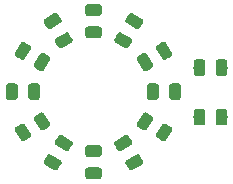
<source format=gbr>
G04 #@! TF.GenerationSoftware,KiCad,Pcbnew,5.0.2-bee76a0~70~ubuntu18.04.1*
G04 #@! TF.CreationDate,2020-10-21T16:40:24-07:00*
G04 #@! TF.ProjectId,led_ring,6c65645f-7269-46e6-972e-6b696361645f,rev?*
G04 #@! TF.SameCoordinates,Original*
G04 #@! TF.FileFunction,Paste,Top*
G04 #@! TF.FilePolarity,Positive*
%FSLAX46Y46*%
G04 Gerber Fmt 4.6, Leading zero omitted, Abs format (unit mm)*
G04 Created by KiCad (PCBNEW 5.0.2-bee76a0~70~ubuntu18.04.1) date Wed 21 Oct 2020 04:40:24 PM PDT*
%MOMM*%
%LPD*%
G01*
G04 APERTURE LIST*
%ADD10C,0.100000*%
%ADD11C,0.975000*%
G04 APERTURE END LIST*
D10*
G04 #@! TO.C,R1*
G36*
X61911142Y-52260174D02*
X61934803Y-52263684D01*
X61958007Y-52269496D01*
X61980529Y-52277554D01*
X62002153Y-52287782D01*
X62022670Y-52300079D01*
X62041883Y-52314329D01*
X62059607Y-52330393D01*
X62075671Y-52348117D01*
X62089921Y-52367330D01*
X62102218Y-52387847D01*
X62112446Y-52409471D01*
X62120504Y-52431993D01*
X62126316Y-52455197D01*
X62129826Y-52478858D01*
X62131000Y-52502750D01*
X62131000Y-53415250D01*
X62129826Y-53439142D01*
X62126316Y-53462803D01*
X62120504Y-53486007D01*
X62112446Y-53508529D01*
X62102218Y-53530153D01*
X62089921Y-53550670D01*
X62075671Y-53569883D01*
X62059607Y-53587607D01*
X62041883Y-53603671D01*
X62022670Y-53617921D01*
X62002153Y-53630218D01*
X61980529Y-53640446D01*
X61958007Y-53648504D01*
X61934803Y-53654316D01*
X61911142Y-53657826D01*
X61887250Y-53659000D01*
X61399750Y-53659000D01*
X61375858Y-53657826D01*
X61352197Y-53654316D01*
X61328993Y-53648504D01*
X61306471Y-53640446D01*
X61284847Y-53630218D01*
X61264330Y-53617921D01*
X61245117Y-53603671D01*
X61227393Y-53587607D01*
X61211329Y-53569883D01*
X61197079Y-53550670D01*
X61184782Y-53530153D01*
X61174554Y-53508529D01*
X61166496Y-53486007D01*
X61160684Y-53462803D01*
X61157174Y-53439142D01*
X61156000Y-53415250D01*
X61156000Y-52502750D01*
X61157174Y-52478858D01*
X61160684Y-52455197D01*
X61166496Y-52431993D01*
X61174554Y-52409471D01*
X61184782Y-52387847D01*
X61197079Y-52367330D01*
X61211329Y-52348117D01*
X61227393Y-52330393D01*
X61245117Y-52314329D01*
X61264330Y-52300079D01*
X61284847Y-52287782D01*
X61306471Y-52277554D01*
X61328993Y-52269496D01*
X61352197Y-52263684D01*
X61375858Y-52260174D01*
X61399750Y-52259000D01*
X61887250Y-52259000D01*
X61911142Y-52260174D01*
X61911142Y-52260174D01*
G37*
D11*
X61643500Y-52959000D03*
D10*
G36*
X60036142Y-52260174D02*
X60059803Y-52263684D01*
X60083007Y-52269496D01*
X60105529Y-52277554D01*
X60127153Y-52287782D01*
X60147670Y-52300079D01*
X60166883Y-52314329D01*
X60184607Y-52330393D01*
X60200671Y-52348117D01*
X60214921Y-52367330D01*
X60227218Y-52387847D01*
X60237446Y-52409471D01*
X60245504Y-52431993D01*
X60251316Y-52455197D01*
X60254826Y-52478858D01*
X60256000Y-52502750D01*
X60256000Y-53415250D01*
X60254826Y-53439142D01*
X60251316Y-53462803D01*
X60245504Y-53486007D01*
X60237446Y-53508529D01*
X60227218Y-53530153D01*
X60214921Y-53550670D01*
X60200671Y-53569883D01*
X60184607Y-53587607D01*
X60166883Y-53603671D01*
X60147670Y-53617921D01*
X60127153Y-53630218D01*
X60105529Y-53640446D01*
X60083007Y-53648504D01*
X60059803Y-53654316D01*
X60036142Y-53657826D01*
X60012250Y-53659000D01*
X59524750Y-53659000D01*
X59500858Y-53657826D01*
X59477197Y-53654316D01*
X59453993Y-53648504D01*
X59431471Y-53640446D01*
X59409847Y-53630218D01*
X59389330Y-53617921D01*
X59370117Y-53603671D01*
X59352393Y-53587607D01*
X59336329Y-53569883D01*
X59322079Y-53550670D01*
X59309782Y-53530153D01*
X59299554Y-53508529D01*
X59291496Y-53486007D01*
X59285684Y-53462803D01*
X59282174Y-53439142D01*
X59281000Y-53415250D01*
X59281000Y-52502750D01*
X59282174Y-52478858D01*
X59285684Y-52455197D01*
X59291496Y-52431993D01*
X59299554Y-52409471D01*
X59309782Y-52387847D01*
X59322079Y-52367330D01*
X59336329Y-52348117D01*
X59352393Y-52330393D01*
X59370117Y-52314329D01*
X59389330Y-52300079D01*
X59409847Y-52287782D01*
X59431471Y-52277554D01*
X59453993Y-52269496D01*
X59477197Y-52263684D01*
X59500858Y-52260174D01*
X59524750Y-52259000D01*
X60012250Y-52259000D01*
X60036142Y-52260174D01*
X60036142Y-52260174D01*
G37*
D11*
X59768500Y-52959000D03*
G04 #@! TD*
D10*
G04 #@! TO.C,R2*
G36*
X60036142Y-48069174D02*
X60059803Y-48072684D01*
X60083007Y-48078496D01*
X60105529Y-48086554D01*
X60127153Y-48096782D01*
X60147670Y-48109079D01*
X60166883Y-48123329D01*
X60184607Y-48139393D01*
X60200671Y-48157117D01*
X60214921Y-48176330D01*
X60227218Y-48196847D01*
X60237446Y-48218471D01*
X60245504Y-48240993D01*
X60251316Y-48264197D01*
X60254826Y-48287858D01*
X60256000Y-48311750D01*
X60256000Y-49224250D01*
X60254826Y-49248142D01*
X60251316Y-49271803D01*
X60245504Y-49295007D01*
X60237446Y-49317529D01*
X60227218Y-49339153D01*
X60214921Y-49359670D01*
X60200671Y-49378883D01*
X60184607Y-49396607D01*
X60166883Y-49412671D01*
X60147670Y-49426921D01*
X60127153Y-49439218D01*
X60105529Y-49449446D01*
X60083007Y-49457504D01*
X60059803Y-49463316D01*
X60036142Y-49466826D01*
X60012250Y-49468000D01*
X59524750Y-49468000D01*
X59500858Y-49466826D01*
X59477197Y-49463316D01*
X59453993Y-49457504D01*
X59431471Y-49449446D01*
X59409847Y-49439218D01*
X59389330Y-49426921D01*
X59370117Y-49412671D01*
X59352393Y-49396607D01*
X59336329Y-49378883D01*
X59322079Y-49359670D01*
X59309782Y-49339153D01*
X59299554Y-49317529D01*
X59291496Y-49295007D01*
X59285684Y-49271803D01*
X59282174Y-49248142D01*
X59281000Y-49224250D01*
X59281000Y-48311750D01*
X59282174Y-48287858D01*
X59285684Y-48264197D01*
X59291496Y-48240993D01*
X59299554Y-48218471D01*
X59309782Y-48196847D01*
X59322079Y-48176330D01*
X59336329Y-48157117D01*
X59352393Y-48139393D01*
X59370117Y-48123329D01*
X59389330Y-48109079D01*
X59409847Y-48096782D01*
X59431471Y-48086554D01*
X59453993Y-48078496D01*
X59477197Y-48072684D01*
X59500858Y-48069174D01*
X59524750Y-48068000D01*
X60012250Y-48068000D01*
X60036142Y-48069174D01*
X60036142Y-48069174D01*
G37*
D11*
X59768500Y-48768000D03*
D10*
G36*
X61911142Y-48069174D02*
X61934803Y-48072684D01*
X61958007Y-48078496D01*
X61980529Y-48086554D01*
X62002153Y-48096782D01*
X62022670Y-48109079D01*
X62041883Y-48123329D01*
X62059607Y-48139393D01*
X62075671Y-48157117D01*
X62089921Y-48176330D01*
X62102218Y-48196847D01*
X62112446Y-48218471D01*
X62120504Y-48240993D01*
X62126316Y-48264197D01*
X62129826Y-48287858D01*
X62131000Y-48311750D01*
X62131000Y-49224250D01*
X62129826Y-49248142D01*
X62126316Y-49271803D01*
X62120504Y-49295007D01*
X62112446Y-49317529D01*
X62102218Y-49339153D01*
X62089921Y-49359670D01*
X62075671Y-49378883D01*
X62059607Y-49396607D01*
X62041883Y-49412671D01*
X62022670Y-49426921D01*
X62002153Y-49439218D01*
X61980529Y-49449446D01*
X61958007Y-49457504D01*
X61934803Y-49463316D01*
X61911142Y-49466826D01*
X61887250Y-49468000D01*
X61399750Y-49468000D01*
X61375858Y-49466826D01*
X61352197Y-49463316D01*
X61328993Y-49457504D01*
X61306471Y-49449446D01*
X61284847Y-49439218D01*
X61264330Y-49426921D01*
X61245117Y-49412671D01*
X61227393Y-49396607D01*
X61211329Y-49378883D01*
X61197079Y-49359670D01*
X61184782Y-49339153D01*
X61174554Y-49317529D01*
X61166496Y-49295007D01*
X61160684Y-49271803D01*
X61157174Y-49248142D01*
X61156000Y-49224250D01*
X61156000Y-48311750D01*
X61157174Y-48287858D01*
X61160684Y-48264197D01*
X61166496Y-48240993D01*
X61174554Y-48218471D01*
X61184782Y-48196847D01*
X61197079Y-48176330D01*
X61211329Y-48157117D01*
X61227393Y-48139393D01*
X61245117Y-48123329D01*
X61264330Y-48109079D01*
X61284847Y-48096782D01*
X61306471Y-48086554D01*
X61328993Y-48078496D01*
X61352197Y-48072684D01*
X61375858Y-48069174D01*
X61399750Y-48068000D01*
X61887250Y-48068000D01*
X61911142Y-48069174D01*
X61911142Y-48069174D01*
G37*
D11*
X61643500Y-48768000D03*
G04 #@! TD*
D10*
G04 #@! TO.C,D1*
G36*
X56099142Y-50101174D02*
X56122803Y-50104684D01*
X56146007Y-50110496D01*
X56168529Y-50118554D01*
X56190153Y-50128782D01*
X56210670Y-50141079D01*
X56229883Y-50155329D01*
X56247607Y-50171393D01*
X56263671Y-50189117D01*
X56277921Y-50208330D01*
X56290218Y-50228847D01*
X56300446Y-50250471D01*
X56308504Y-50272993D01*
X56314316Y-50296197D01*
X56317826Y-50319858D01*
X56319000Y-50343750D01*
X56319000Y-51256250D01*
X56317826Y-51280142D01*
X56314316Y-51303803D01*
X56308504Y-51327007D01*
X56300446Y-51349529D01*
X56290218Y-51371153D01*
X56277921Y-51391670D01*
X56263671Y-51410883D01*
X56247607Y-51428607D01*
X56229883Y-51444671D01*
X56210670Y-51458921D01*
X56190153Y-51471218D01*
X56168529Y-51481446D01*
X56146007Y-51489504D01*
X56122803Y-51495316D01*
X56099142Y-51498826D01*
X56075250Y-51500000D01*
X55587750Y-51500000D01*
X55563858Y-51498826D01*
X55540197Y-51495316D01*
X55516993Y-51489504D01*
X55494471Y-51481446D01*
X55472847Y-51471218D01*
X55452330Y-51458921D01*
X55433117Y-51444671D01*
X55415393Y-51428607D01*
X55399329Y-51410883D01*
X55385079Y-51391670D01*
X55372782Y-51371153D01*
X55362554Y-51349529D01*
X55354496Y-51327007D01*
X55348684Y-51303803D01*
X55345174Y-51280142D01*
X55344000Y-51256250D01*
X55344000Y-50343750D01*
X55345174Y-50319858D01*
X55348684Y-50296197D01*
X55354496Y-50272993D01*
X55362554Y-50250471D01*
X55372782Y-50228847D01*
X55385079Y-50208330D01*
X55399329Y-50189117D01*
X55415393Y-50171393D01*
X55433117Y-50155329D01*
X55452330Y-50141079D01*
X55472847Y-50128782D01*
X55494471Y-50118554D01*
X55516993Y-50110496D01*
X55540197Y-50104684D01*
X55563858Y-50101174D01*
X55587750Y-50100000D01*
X56075250Y-50100000D01*
X56099142Y-50101174D01*
X56099142Y-50101174D01*
G37*
D11*
X55831500Y-50800000D03*
D10*
G36*
X57974142Y-50101174D02*
X57997803Y-50104684D01*
X58021007Y-50110496D01*
X58043529Y-50118554D01*
X58065153Y-50128782D01*
X58085670Y-50141079D01*
X58104883Y-50155329D01*
X58122607Y-50171393D01*
X58138671Y-50189117D01*
X58152921Y-50208330D01*
X58165218Y-50228847D01*
X58175446Y-50250471D01*
X58183504Y-50272993D01*
X58189316Y-50296197D01*
X58192826Y-50319858D01*
X58194000Y-50343750D01*
X58194000Y-51256250D01*
X58192826Y-51280142D01*
X58189316Y-51303803D01*
X58183504Y-51327007D01*
X58175446Y-51349529D01*
X58165218Y-51371153D01*
X58152921Y-51391670D01*
X58138671Y-51410883D01*
X58122607Y-51428607D01*
X58104883Y-51444671D01*
X58085670Y-51458921D01*
X58065153Y-51471218D01*
X58043529Y-51481446D01*
X58021007Y-51489504D01*
X57997803Y-51495316D01*
X57974142Y-51498826D01*
X57950250Y-51500000D01*
X57462750Y-51500000D01*
X57438858Y-51498826D01*
X57415197Y-51495316D01*
X57391993Y-51489504D01*
X57369471Y-51481446D01*
X57347847Y-51471218D01*
X57327330Y-51458921D01*
X57308117Y-51444671D01*
X57290393Y-51428607D01*
X57274329Y-51410883D01*
X57260079Y-51391670D01*
X57247782Y-51371153D01*
X57237554Y-51349529D01*
X57229496Y-51327007D01*
X57223684Y-51303803D01*
X57220174Y-51280142D01*
X57219000Y-51256250D01*
X57219000Y-50343750D01*
X57220174Y-50319858D01*
X57223684Y-50296197D01*
X57229496Y-50272993D01*
X57237554Y-50250471D01*
X57247782Y-50228847D01*
X57260079Y-50208330D01*
X57274329Y-50189117D01*
X57290393Y-50171393D01*
X57308117Y-50155329D01*
X57327330Y-50141079D01*
X57347847Y-50128782D01*
X57369471Y-50118554D01*
X57391993Y-50110496D01*
X57415197Y-50104684D01*
X57438858Y-50101174D01*
X57462750Y-50100000D01*
X57950250Y-50100000D01*
X57974142Y-50101174D01*
X57974142Y-50101174D01*
G37*
D11*
X57706500Y-50800000D03*
G04 #@! TD*
D10*
G04 #@! TO.C,D2*
G36*
X56780110Y-46586523D02*
X56803874Y-46589257D01*
X56827255Y-46594307D01*
X56850029Y-46601624D01*
X56871976Y-46611138D01*
X56892885Y-46622758D01*
X56912554Y-46636371D01*
X56930794Y-46651847D01*
X56947429Y-46669036D01*
X56962299Y-46687772D01*
X56975262Y-46707876D01*
X57431512Y-47498124D01*
X57442441Y-47519402D01*
X57451232Y-47541648D01*
X57457801Y-47564649D01*
X57462083Y-47588183D01*
X57464037Y-47612024D01*
X57463646Y-47635941D01*
X57460912Y-47659705D01*
X57455862Y-47683086D01*
X57448545Y-47705860D01*
X57439031Y-47727807D01*
X57427411Y-47748716D01*
X57413798Y-47768385D01*
X57398322Y-47786625D01*
X57381134Y-47803260D01*
X57362397Y-47818130D01*
X57342293Y-47831093D01*
X56920105Y-48074843D01*
X56898827Y-48085772D01*
X56876581Y-48094563D01*
X56853580Y-48101132D01*
X56830046Y-48105414D01*
X56806205Y-48107368D01*
X56782288Y-48106977D01*
X56758524Y-48104243D01*
X56735143Y-48099193D01*
X56712369Y-48091876D01*
X56690422Y-48082362D01*
X56669513Y-48070742D01*
X56649844Y-48057129D01*
X56631604Y-48041653D01*
X56614969Y-48024464D01*
X56600099Y-48005728D01*
X56587136Y-47985624D01*
X56130886Y-47195376D01*
X56119957Y-47174098D01*
X56111166Y-47151852D01*
X56104597Y-47128851D01*
X56100315Y-47105317D01*
X56098361Y-47081476D01*
X56098752Y-47057559D01*
X56101486Y-47033795D01*
X56106536Y-47010414D01*
X56113853Y-46987640D01*
X56123367Y-46965693D01*
X56134987Y-46944784D01*
X56148600Y-46925115D01*
X56164076Y-46906875D01*
X56181264Y-46890240D01*
X56200001Y-46875370D01*
X56220105Y-46862407D01*
X56642293Y-46618657D01*
X56663571Y-46607728D01*
X56685817Y-46598937D01*
X56708818Y-46592368D01*
X56732352Y-46588086D01*
X56756193Y-46586132D01*
X56780110Y-46586523D01*
X56780110Y-46586523D01*
G37*
D11*
X56781199Y-47346750D03*
D10*
G36*
X55156312Y-47524023D02*
X55180076Y-47526757D01*
X55203457Y-47531807D01*
X55226231Y-47539124D01*
X55248178Y-47548638D01*
X55269087Y-47560258D01*
X55288756Y-47573871D01*
X55306996Y-47589347D01*
X55323631Y-47606536D01*
X55338501Y-47625272D01*
X55351464Y-47645376D01*
X55807714Y-48435624D01*
X55818643Y-48456902D01*
X55827434Y-48479148D01*
X55834003Y-48502149D01*
X55838285Y-48525683D01*
X55840239Y-48549524D01*
X55839848Y-48573441D01*
X55837114Y-48597205D01*
X55832064Y-48620586D01*
X55824747Y-48643360D01*
X55815233Y-48665307D01*
X55803613Y-48686216D01*
X55790000Y-48705885D01*
X55774524Y-48724125D01*
X55757336Y-48740760D01*
X55738599Y-48755630D01*
X55718495Y-48768593D01*
X55296307Y-49012343D01*
X55275029Y-49023272D01*
X55252783Y-49032063D01*
X55229782Y-49038632D01*
X55206248Y-49042914D01*
X55182407Y-49044868D01*
X55158490Y-49044477D01*
X55134726Y-49041743D01*
X55111345Y-49036693D01*
X55088571Y-49029376D01*
X55066624Y-49019862D01*
X55045715Y-49008242D01*
X55026046Y-48994629D01*
X55007806Y-48979153D01*
X54991171Y-48961964D01*
X54976301Y-48943228D01*
X54963338Y-48923124D01*
X54507088Y-48132876D01*
X54496159Y-48111598D01*
X54487368Y-48089352D01*
X54480799Y-48066351D01*
X54476517Y-48042817D01*
X54474563Y-48018976D01*
X54474954Y-47995059D01*
X54477688Y-47971295D01*
X54482738Y-47947914D01*
X54490055Y-47925140D01*
X54499569Y-47903193D01*
X54511189Y-47882284D01*
X54524802Y-47862615D01*
X54540278Y-47844375D01*
X54557466Y-47827740D01*
X54576203Y-47812870D01*
X54596307Y-47799907D01*
X55018495Y-47556157D01*
X55039773Y-47545228D01*
X55062019Y-47536437D01*
X55085020Y-47529868D01*
X55108554Y-47525586D01*
X55132395Y-47523632D01*
X55156312Y-47524023D01*
X55156312Y-47524023D01*
G37*
D11*
X55157401Y-48284250D03*
G04 #@! TD*
D10*
G04 #@! TO.C,D3*
G36*
X53074317Y-45761715D02*
X53097851Y-45765997D01*
X53120852Y-45772566D01*
X53143098Y-45781357D01*
X53164376Y-45792286D01*
X53954624Y-46248536D01*
X53974728Y-46261499D01*
X53993465Y-46276369D01*
X54010653Y-46293004D01*
X54026129Y-46311244D01*
X54039742Y-46330913D01*
X54051362Y-46351822D01*
X54060876Y-46373769D01*
X54068193Y-46396543D01*
X54073243Y-46419924D01*
X54075977Y-46443688D01*
X54076368Y-46467605D01*
X54074414Y-46491446D01*
X54070132Y-46514980D01*
X54063563Y-46537981D01*
X54054772Y-46560227D01*
X54043843Y-46581505D01*
X53800093Y-47003693D01*
X53787130Y-47023797D01*
X53772260Y-47042533D01*
X53755625Y-47059722D01*
X53737385Y-47075198D01*
X53717716Y-47088811D01*
X53696807Y-47100431D01*
X53674860Y-47109945D01*
X53652086Y-47117262D01*
X53628705Y-47122312D01*
X53604941Y-47125046D01*
X53581024Y-47125437D01*
X53557183Y-47123483D01*
X53533649Y-47119201D01*
X53510648Y-47112632D01*
X53488402Y-47103841D01*
X53467124Y-47092912D01*
X52676876Y-46636662D01*
X52656772Y-46623699D01*
X52638035Y-46608829D01*
X52620847Y-46592194D01*
X52605371Y-46573954D01*
X52591758Y-46554285D01*
X52580138Y-46533376D01*
X52570624Y-46511429D01*
X52563307Y-46488655D01*
X52558257Y-46465274D01*
X52555523Y-46441510D01*
X52555132Y-46417593D01*
X52557086Y-46393752D01*
X52561368Y-46370218D01*
X52567937Y-46347217D01*
X52576728Y-46324971D01*
X52587657Y-46303693D01*
X52831407Y-45881505D01*
X52844370Y-45861401D01*
X52859240Y-45842665D01*
X52875875Y-45825476D01*
X52894115Y-45810000D01*
X52913784Y-45796387D01*
X52934693Y-45784767D01*
X52956640Y-45775253D01*
X52979414Y-45767936D01*
X53002795Y-45762886D01*
X53026559Y-45760152D01*
X53050476Y-45759761D01*
X53074317Y-45761715D01*
X53074317Y-45761715D01*
G37*
D11*
X53315750Y-46442599D03*
D10*
G36*
X54011817Y-44137917D02*
X54035351Y-44142199D01*
X54058352Y-44148768D01*
X54080598Y-44157559D01*
X54101876Y-44168488D01*
X54892124Y-44624738D01*
X54912228Y-44637701D01*
X54930965Y-44652571D01*
X54948153Y-44669206D01*
X54963629Y-44687446D01*
X54977242Y-44707115D01*
X54988862Y-44728024D01*
X54998376Y-44749971D01*
X55005693Y-44772745D01*
X55010743Y-44796126D01*
X55013477Y-44819890D01*
X55013868Y-44843807D01*
X55011914Y-44867648D01*
X55007632Y-44891182D01*
X55001063Y-44914183D01*
X54992272Y-44936429D01*
X54981343Y-44957707D01*
X54737593Y-45379895D01*
X54724630Y-45399999D01*
X54709760Y-45418735D01*
X54693125Y-45435924D01*
X54674885Y-45451400D01*
X54655216Y-45465013D01*
X54634307Y-45476633D01*
X54612360Y-45486147D01*
X54589586Y-45493464D01*
X54566205Y-45498514D01*
X54542441Y-45501248D01*
X54518524Y-45501639D01*
X54494683Y-45499685D01*
X54471149Y-45495403D01*
X54448148Y-45488834D01*
X54425902Y-45480043D01*
X54404624Y-45469114D01*
X53614376Y-45012864D01*
X53594272Y-44999901D01*
X53575535Y-44985031D01*
X53558347Y-44968396D01*
X53542871Y-44950156D01*
X53529258Y-44930487D01*
X53517638Y-44909578D01*
X53508124Y-44887631D01*
X53500807Y-44864857D01*
X53495757Y-44841476D01*
X53493023Y-44817712D01*
X53492632Y-44793795D01*
X53494586Y-44769954D01*
X53498868Y-44746420D01*
X53505437Y-44723419D01*
X53514228Y-44701173D01*
X53525157Y-44679895D01*
X53768907Y-44257707D01*
X53781870Y-44237603D01*
X53796740Y-44218867D01*
X53813375Y-44201678D01*
X53831615Y-44186202D01*
X53851284Y-44172589D01*
X53872193Y-44160969D01*
X53894140Y-44151455D01*
X53916914Y-44144138D01*
X53940295Y-44139088D01*
X53964059Y-44136354D01*
X53987976Y-44135963D01*
X54011817Y-44137917D01*
X54011817Y-44137917D01*
G37*
D11*
X54253250Y-44818801D03*
G04 #@! TD*
D10*
G04 #@! TO.C,D4*
G36*
X51280142Y-43407174D02*
X51303803Y-43410684D01*
X51327007Y-43416496D01*
X51349529Y-43424554D01*
X51371153Y-43434782D01*
X51391670Y-43447079D01*
X51410883Y-43461329D01*
X51428607Y-43477393D01*
X51444671Y-43495117D01*
X51458921Y-43514330D01*
X51471218Y-43534847D01*
X51481446Y-43556471D01*
X51489504Y-43578993D01*
X51495316Y-43602197D01*
X51498826Y-43625858D01*
X51500000Y-43649750D01*
X51500000Y-44137250D01*
X51498826Y-44161142D01*
X51495316Y-44184803D01*
X51489504Y-44208007D01*
X51481446Y-44230529D01*
X51471218Y-44252153D01*
X51458921Y-44272670D01*
X51444671Y-44291883D01*
X51428607Y-44309607D01*
X51410883Y-44325671D01*
X51391670Y-44339921D01*
X51371153Y-44352218D01*
X51349529Y-44362446D01*
X51327007Y-44370504D01*
X51303803Y-44376316D01*
X51280142Y-44379826D01*
X51256250Y-44381000D01*
X50343750Y-44381000D01*
X50319858Y-44379826D01*
X50296197Y-44376316D01*
X50272993Y-44370504D01*
X50250471Y-44362446D01*
X50228847Y-44352218D01*
X50208330Y-44339921D01*
X50189117Y-44325671D01*
X50171393Y-44309607D01*
X50155329Y-44291883D01*
X50141079Y-44272670D01*
X50128782Y-44252153D01*
X50118554Y-44230529D01*
X50110496Y-44208007D01*
X50104684Y-44184803D01*
X50101174Y-44161142D01*
X50100000Y-44137250D01*
X50100000Y-43649750D01*
X50101174Y-43625858D01*
X50104684Y-43602197D01*
X50110496Y-43578993D01*
X50118554Y-43556471D01*
X50128782Y-43534847D01*
X50141079Y-43514330D01*
X50155329Y-43495117D01*
X50171393Y-43477393D01*
X50189117Y-43461329D01*
X50208330Y-43447079D01*
X50228847Y-43434782D01*
X50250471Y-43424554D01*
X50272993Y-43416496D01*
X50296197Y-43410684D01*
X50319858Y-43407174D01*
X50343750Y-43406000D01*
X51256250Y-43406000D01*
X51280142Y-43407174D01*
X51280142Y-43407174D01*
G37*
D11*
X50800000Y-43893500D03*
D10*
G36*
X51280142Y-45282174D02*
X51303803Y-45285684D01*
X51327007Y-45291496D01*
X51349529Y-45299554D01*
X51371153Y-45309782D01*
X51391670Y-45322079D01*
X51410883Y-45336329D01*
X51428607Y-45352393D01*
X51444671Y-45370117D01*
X51458921Y-45389330D01*
X51471218Y-45409847D01*
X51481446Y-45431471D01*
X51489504Y-45453993D01*
X51495316Y-45477197D01*
X51498826Y-45500858D01*
X51500000Y-45524750D01*
X51500000Y-46012250D01*
X51498826Y-46036142D01*
X51495316Y-46059803D01*
X51489504Y-46083007D01*
X51481446Y-46105529D01*
X51471218Y-46127153D01*
X51458921Y-46147670D01*
X51444671Y-46166883D01*
X51428607Y-46184607D01*
X51410883Y-46200671D01*
X51391670Y-46214921D01*
X51371153Y-46227218D01*
X51349529Y-46237446D01*
X51327007Y-46245504D01*
X51303803Y-46251316D01*
X51280142Y-46254826D01*
X51256250Y-46256000D01*
X50343750Y-46256000D01*
X50319858Y-46254826D01*
X50296197Y-46251316D01*
X50272993Y-46245504D01*
X50250471Y-46237446D01*
X50228847Y-46227218D01*
X50208330Y-46214921D01*
X50189117Y-46200671D01*
X50171393Y-46184607D01*
X50155329Y-46166883D01*
X50141079Y-46147670D01*
X50128782Y-46127153D01*
X50118554Y-46105529D01*
X50110496Y-46083007D01*
X50104684Y-46059803D01*
X50101174Y-46036142D01*
X50100000Y-46012250D01*
X50100000Y-45524750D01*
X50101174Y-45500858D01*
X50104684Y-45477197D01*
X50110496Y-45453993D01*
X50118554Y-45431471D01*
X50128782Y-45409847D01*
X50141079Y-45389330D01*
X50155329Y-45370117D01*
X50171393Y-45352393D01*
X50189117Y-45336329D01*
X50208330Y-45322079D01*
X50228847Y-45309782D01*
X50250471Y-45299554D01*
X50272993Y-45291496D01*
X50296197Y-45285684D01*
X50319858Y-45282174D01*
X50343750Y-45281000D01*
X51256250Y-45281000D01*
X51280142Y-45282174D01*
X51280142Y-45282174D01*
G37*
D11*
X50800000Y-45768500D03*
G04 #@! TD*
D10*
G04 #@! TO.C,D5*
G36*
X48573441Y-45760152D02*
X48597205Y-45762886D01*
X48620586Y-45767936D01*
X48643360Y-45775253D01*
X48665307Y-45784767D01*
X48686216Y-45796387D01*
X48705885Y-45810000D01*
X48724125Y-45825476D01*
X48740760Y-45842664D01*
X48755630Y-45861401D01*
X48768593Y-45881505D01*
X49012343Y-46303693D01*
X49023272Y-46324971D01*
X49032063Y-46347217D01*
X49038632Y-46370218D01*
X49042914Y-46393752D01*
X49044868Y-46417593D01*
X49044477Y-46441510D01*
X49041743Y-46465274D01*
X49036693Y-46488655D01*
X49029376Y-46511429D01*
X49019862Y-46533376D01*
X49008242Y-46554285D01*
X48994629Y-46573954D01*
X48979153Y-46592194D01*
X48961964Y-46608829D01*
X48943228Y-46623699D01*
X48923124Y-46636662D01*
X48132876Y-47092912D01*
X48111598Y-47103841D01*
X48089352Y-47112632D01*
X48066351Y-47119201D01*
X48042817Y-47123483D01*
X48018976Y-47125437D01*
X47995059Y-47125046D01*
X47971295Y-47122312D01*
X47947914Y-47117262D01*
X47925140Y-47109945D01*
X47903193Y-47100431D01*
X47882284Y-47088811D01*
X47862615Y-47075198D01*
X47844375Y-47059722D01*
X47827740Y-47042534D01*
X47812870Y-47023797D01*
X47799907Y-47003693D01*
X47556157Y-46581505D01*
X47545228Y-46560227D01*
X47536437Y-46537981D01*
X47529868Y-46514980D01*
X47525586Y-46491446D01*
X47523632Y-46467605D01*
X47524023Y-46443688D01*
X47526757Y-46419924D01*
X47531807Y-46396543D01*
X47539124Y-46373769D01*
X47548638Y-46351822D01*
X47560258Y-46330913D01*
X47573871Y-46311244D01*
X47589347Y-46293004D01*
X47606536Y-46276369D01*
X47625272Y-46261499D01*
X47645376Y-46248536D01*
X48435624Y-45792286D01*
X48456902Y-45781357D01*
X48479148Y-45772566D01*
X48502149Y-45765997D01*
X48525683Y-45761715D01*
X48549524Y-45759761D01*
X48573441Y-45760152D01*
X48573441Y-45760152D01*
G37*
D11*
X48284250Y-46442599D03*
D10*
G36*
X47635941Y-44136354D02*
X47659705Y-44139088D01*
X47683086Y-44144138D01*
X47705860Y-44151455D01*
X47727807Y-44160969D01*
X47748716Y-44172589D01*
X47768385Y-44186202D01*
X47786625Y-44201678D01*
X47803260Y-44218866D01*
X47818130Y-44237603D01*
X47831093Y-44257707D01*
X48074843Y-44679895D01*
X48085772Y-44701173D01*
X48094563Y-44723419D01*
X48101132Y-44746420D01*
X48105414Y-44769954D01*
X48107368Y-44793795D01*
X48106977Y-44817712D01*
X48104243Y-44841476D01*
X48099193Y-44864857D01*
X48091876Y-44887631D01*
X48082362Y-44909578D01*
X48070742Y-44930487D01*
X48057129Y-44950156D01*
X48041653Y-44968396D01*
X48024464Y-44985031D01*
X48005728Y-44999901D01*
X47985624Y-45012864D01*
X47195376Y-45469114D01*
X47174098Y-45480043D01*
X47151852Y-45488834D01*
X47128851Y-45495403D01*
X47105317Y-45499685D01*
X47081476Y-45501639D01*
X47057559Y-45501248D01*
X47033795Y-45498514D01*
X47010414Y-45493464D01*
X46987640Y-45486147D01*
X46965693Y-45476633D01*
X46944784Y-45465013D01*
X46925115Y-45451400D01*
X46906875Y-45435924D01*
X46890240Y-45418736D01*
X46875370Y-45399999D01*
X46862407Y-45379895D01*
X46618657Y-44957707D01*
X46607728Y-44936429D01*
X46598937Y-44914183D01*
X46592368Y-44891182D01*
X46588086Y-44867648D01*
X46586132Y-44843807D01*
X46586523Y-44819890D01*
X46589257Y-44796126D01*
X46594307Y-44772745D01*
X46601624Y-44749971D01*
X46611138Y-44728024D01*
X46622758Y-44707115D01*
X46636371Y-44687446D01*
X46651847Y-44669206D01*
X46669036Y-44652571D01*
X46687772Y-44637701D01*
X46707876Y-44624738D01*
X47498124Y-44168488D01*
X47519402Y-44157559D01*
X47541648Y-44148768D01*
X47564649Y-44142199D01*
X47588183Y-44137917D01*
X47612024Y-44135963D01*
X47635941Y-44136354D01*
X47635941Y-44136354D01*
G37*
D11*
X47346750Y-44818801D03*
G04 #@! TD*
D10*
G04 #@! TO.C,D6*
G36*
X44867648Y-46588086D02*
X44891182Y-46592368D01*
X44914183Y-46598937D01*
X44936429Y-46607728D01*
X44957707Y-46618657D01*
X45379895Y-46862407D01*
X45399999Y-46875370D01*
X45418735Y-46890240D01*
X45435924Y-46906875D01*
X45451400Y-46925115D01*
X45465013Y-46944784D01*
X45476633Y-46965693D01*
X45486147Y-46987640D01*
X45493464Y-47010414D01*
X45498514Y-47033795D01*
X45501248Y-47057559D01*
X45501639Y-47081476D01*
X45499685Y-47105317D01*
X45495403Y-47128851D01*
X45488834Y-47151852D01*
X45480043Y-47174098D01*
X45469114Y-47195376D01*
X45012864Y-47985624D01*
X44999901Y-48005728D01*
X44985031Y-48024465D01*
X44968396Y-48041653D01*
X44950156Y-48057129D01*
X44930487Y-48070742D01*
X44909578Y-48082362D01*
X44887631Y-48091876D01*
X44864857Y-48099193D01*
X44841476Y-48104243D01*
X44817712Y-48106977D01*
X44793795Y-48107368D01*
X44769954Y-48105414D01*
X44746420Y-48101132D01*
X44723419Y-48094563D01*
X44701173Y-48085772D01*
X44679895Y-48074843D01*
X44257707Y-47831093D01*
X44237603Y-47818130D01*
X44218867Y-47803260D01*
X44201678Y-47786625D01*
X44186202Y-47768385D01*
X44172589Y-47748716D01*
X44160969Y-47727807D01*
X44151455Y-47705860D01*
X44144138Y-47683086D01*
X44139088Y-47659705D01*
X44136354Y-47635941D01*
X44135963Y-47612024D01*
X44137917Y-47588183D01*
X44142199Y-47564649D01*
X44148768Y-47541648D01*
X44157559Y-47519402D01*
X44168488Y-47498124D01*
X44624738Y-46707876D01*
X44637701Y-46687772D01*
X44652571Y-46669035D01*
X44669206Y-46651847D01*
X44687446Y-46636371D01*
X44707115Y-46622758D01*
X44728024Y-46611138D01*
X44749971Y-46601624D01*
X44772745Y-46594307D01*
X44796126Y-46589257D01*
X44819890Y-46586523D01*
X44843807Y-46586132D01*
X44867648Y-46588086D01*
X44867648Y-46588086D01*
G37*
D11*
X44818801Y-47346750D03*
D10*
G36*
X46491446Y-47525586D02*
X46514980Y-47529868D01*
X46537981Y-47536437D01*
X46560227Y-47545228D01*
X46581505Y-47556157D01*
X47003693Y-47799907D01*
X47023797Y-47812870D01*
X47042533Y-47827740D01*
X47059722Y-47844375D01*
X47075198Y-47862615D01*
X47088811Y-47882284D01*
X47100431Y-47903193D01*
X47109945Y-47925140D01*
X47117262Y-47947914D01*
X47122312Y-47971295D01*
X47125046Y-47995059D01*
X47125437Y-48018976D01*
X47123483Y-48042817D01*
X47119201Y-48066351D01*
X47112632Y-48089352D01*
X47103841Y-48111598D01*
X47092912Y-48132876D01*
X46636662Y-48923124D01*
X46623699Y-48943228D01*
X46608829Y-48961965D01*
X46592194Y-48979153D01*
X46573954Y-48994629D01*
X46554285Y-49008242D01*
X46533376Y-49019862D01*
X46511429Y-49029376D01*
X46488655Y-49036693D01*
X46465274Y-49041743D01*
X46441510Y-49044477D01*
X46417593Y-49044868D01*
X46393752Y-49042914D01*
X46370218Y-49038632D01*
X46347217Y-49032063D01*
X46324971Y-49023272D01*
X46303693Y-49012343D01*
X45881505Y-48768593D01*
X45861401Y-48755630D01*
X45842665Y-48740760D01*
X45825476Y-48724125D01*
X45810000Y-48705885D01*
X45796387Y-48686216D01*
X45784767Y-48665307D01*
X45775253Y-48643360D01*
X45767936Y-48620586D01*
X45762886Y-48597205D01*
X45760152Y-48573441D01*
X45759761Y-48549524D01*
X45761715Y-48525683D01*
X45765997Y-48502149D01*
X45772566Y-48479148D01*
X45781357Y-48456902D01*
X45792286Y-48435624D01*
X46248536Y-47645376D01*
X46261499Y-47625272D01*
X46276369Y-47606535D01*
X46293004Y-47589347D01*
X46311244Y-47573871D01*
X46330913Y-47560258D01*
X46351822Y-47548638D01*
X46373769Y-47539124D01*
X46396543Y-47531807D01*
X46419924Y-47526757D01*
X46443688Y-47524023D01*
X46467605Y-47523632D01*
X46491446Y-47525586D01*
X46491446Y-47525586D01*
G37*
D11*
X46442599Y-48284250D03*
G04 #@! TD*
D10*
G04 #@! TO.C,D7*
G36*
X46036142Y-50101174D02*
X46059803Y-50104684D01*
X46083007Y-50110496D01*
X46105529Y-50118554D01*
X46127153Y-50128782D01*
X46147670Y-50141079D01*
X46166883Y-50155329D01*
X46184607Y-50171393D01*
X46200671Y-50189117D01*
X46214921Y-50208330D01*
X46227218Y-50228847D01*
X46237446Y-50250471D01*
X46245504Y-50272993D01*
X46251316Y-50296197D01*
X46254826Y-50319858D01*
X46256000Y-50343750D01*
X46256000Y-51256250D01*
X46254826Y-51280142D01*
X46251316Y-51303803D01*
X46245504Y-51327007D01*
X46237446Y-51349529D01*
X46227218Y-51371153D01*
X46214921Y-51391670D01*
X46200671Y-51410883D01*
X46184607Y-51428607D01*
X46166883Y-51444671D01*
X46147670Y-51458921D01*
X46127153Y-51471218D01*
X46105529Y-51481446D01*
X46083007Y-51489504D01*
X46059803Y-51495316D01*
X46036142Y-51498826D01*
X46012250Y-51500000D01*
X45524750Y-51500000D01*
X45500858Y-51498826D01*
X45477197Y-51495316D01*
X45453993Y-51489504D01*
X45431471Y-51481446D01*
X45409847Y-51471218D01*
X45389330Y-51458921D01*
X45370117Y-51444671D01*
X45352393Y-51428607D01*
X45336329Y-51410883D01*
X45322079Y-51391670D01*
X45309782Y-51371153D01*
X45299554Y-51349529D01*
X45291496Y-51327007D01*
X45285684Y-51303803D01*
X45282174Y-51280142D01*
X45281000Y-51256250D01*
X45281000Y-50343750D01*
X45282174Y-50319858D01*
X45285684Y-50296197D01*
X45291496Y-50272993D01*
X45299554Y-50250471D01*
X45309782Y-50228847D01*
X45322079Y-50208330D01*
X45336329Y-50189117D01*
X45352393Y-50171393D01*
X45370117Y-50155329D01*
X45389330Y-50141079D01*
X45409847Y-50128782D01*
X45431471Y-50118554D01*
X45453993Y-50110496D01*
X45477197Y-50104684D01*
X45500858Y-50101174D01*
X45524750Y-50100000D01*
X46012250Y-50100000D01*
X46036142Y-50101174D01*
X46036142Y-50101174D01*
G37*
D11*
X45768500Y-50800000D03*
D10*
G36*
X44161142Y-50101174D02*
X44184803Y-50104684D01*
X44208007Y-50110496D01*
X44230529Y-50118554D01*
X44252153Y-50128782D01*
X44272670Y-50141079D01*
X44291883Y-50155329D01*
X44309607Y-50171393D01*
X44325671Y-50189117D01*
X44339921Y-50208330D01*
X44352218Y-50228847D01*
X44362446Y-50250471D01*
X44370504Y-50272993D01*
X44376316Y-50296197D01*
X44379826Y-50319858D01*
X44381000Y-50343750D01*
X44381000Y-51256250D01*
X44379826Y-51280142D01*
X44376316Y-51303803D01*
X44370504Y-51327007D01*
X44362446Y-51349529D01*
X44352218Y-51371153D01*
X44339921Y-51391670D01*
X44325671Y-51410883D01*
X44309607Y-51428607D01*
X44291883Y-51444671D01*
X44272670Y-51458921D01*
X44252153Y-51471218D01*
X44230529Y-51481446D01*
X44208007Y-51489504D01*
X44184803Y-51495316D01*
X44161142Y-51498826D01*
X44137250Y-51500000D01*
X43649750Y-51500000D01*
X43625858Y-51498826D01*
X43602197Y-51495316D01*
X43578993Y-51489504D01*
X43556471Y-51481446D01*
X43534847Y-51471218D01*
X43514330Y-51458921D01*
X43495117Y-51444671D01*
X43477393Y-51428607D01*
X43461329Y-51410883D01*
X43447079Y-51391670D01*
X43434782Y-51371153D01*
X43424554Y-51349529D01*
X43416496Y-51327007D01*
X43410684Y-51303803D01*
X43407174Y-51280142D01*
X43406000Y-51256250D01*
X43406000Y-50343750D01*
X43407174Y-50319858D01*
X43410684Y-50296197D01*
X43416496Y-50272993D01*
X43424554Y-50250471D01*
X43434782Y-50228847D01*
X43447079Y-50208330D01*
X43461329Y-50189117D01*
X43477393Y-50171393D01*
X43495117Y-50155329D01*
X43514330Y-50141079D01*
X43534847Y-50128782D01*
X43556471Y-50118554D01*
X43578993Y-50110496D01*
X43602197Y-50104684D01*
X43625858Y-50101174D01*
X43649750Y-50100000D01*
X44137250Y-50100000D01*
X44161142Y-50101174D01*
X44161142Y-50101174D01*
G37*
D11*
X43893500Y-50800000D03*
G04 #@! TD*
D10*
G04 #@! TO.C,D8*
G36*
X44817712Y-53493023D02*
X44841476Y-53495757D01*
X44864857Y-53500807D01*
X44887631Y-53508124D01*
X44909578Y-53517638D01*
X44930487Y-53529258D01*
X44950156Y-53542871D01*
X44968396Y-53558347D01*
X44985031Y-53575536D01*
X44999901Y-53594272D01*
X45012864Y-53614376D01*
X45469114Y-54404624D01*
X45480043Y-54425902D01*
X45488834Y-54448148D01*
X45495403Y-54471149D01*
X45499685Y-54494683D01*
X45501639Y-54518524D01*
X45501248Y-54542441D01*
X45498514Y-54566205D01*
X45493464Y-54589586D01*
X45486147Y-54612360D01*
X45476633Y-54634307D01*
X45465013Y-54655216D01*
X45451400Y-54674885D01*
X45435924Y-54693125D01*
X45418736Y-54709760D01*
X45399999Y-54724630D01*
X45379895Y-54737593D01*
X44957707Y-54981343D01*
X44936429Y-54992272D01*
X44914183Y-55001063D01*
X44891182Y-55007632D01*
X44867648Y-55011914D01*
X44843807Y-55013868D01*
X44819890Y-55013477D01*
X44796126Y-55010743D01*
X44772745Y-55005693D01*
X44749971Y-54998376D01*
X44728024Y-54988862D01*
X44707115Y-54977242D01*
X44687446Y-54963629D01*
X44669206Y-54948153D01*
X44652571Y-54930964D01*
X44637701Y-54912228D01*
X44624738Y-54892124D01*
X44168488Y-54101876D01*
X44157559Y-54080598D01*
X44148768Y-54058352D01*
X44142199Y-54035351D01*
X44137917Y-54011817D01*
X44135963Y-53987976D01*
X44136354Y-53964059D01*
X44139088Y-53940295D01*
X44144138Y-53916914D01*
X44151455Y-53894140D01*
X44160969Y-53872193D01*
X44172589Y-53851284D01*
X44186202Y-53831615D01*
X44201678Y-53813375D01*
X44218866Y-53796740D01*
X44237603Y-53781870D01*
X44257707Y-53768907D01*
X44679895Y-53525157D01*
X44701173Y-53514228D01*
X44723419Y-53505437D01*
X44746420Y-53498868D01*
X44769954Y-53494586D01*
X44793795Y-53492632D01*
X44817712Y-53493023D01*
X44817712Y-53493023D01*
G37*
D11*
X44818801Y-54253250D03*
D10*
G36*
X46441510Y-52555523D02*
X46465274Y-52558257D01*
X46488655Y-52563307D01*
X46511429Y-52570624D01*
X46533376Y-52580138D01*
X46554285Y-52591758D01*
X46573954Y-52605371D01*
X46592194Y-52620847D01*
X46608829Y-52638036D01*
X46623699Y-52656772D01*
X46636662Y-52676876D01*
X47092912Y-53467124D01*
X47103841Y-53488402D01*
X47112632Y-53510648D01*
X47119201Y-53533649D01*
X47123483Y-53557183D01*
X47125437Y-53581024D01*
X47125046Y-53604941D01*
X47122312Y-53628705D01*
X47117262Y-53652086D01*
X47109945Y-53674860D01*
X47100431Y-53696807D01*
X47088811Y-53717716D01*
X47075198Y-53737385D01*
X47059722Y-53755625D01*
X47042534Y-53772260D01*
X47023797Y-53787130D01*
X47003693Y-53800093D01*
X46581505Y-54043843D01*
X46560227Y-54054772D01*
X46537981Y-54063563D01*
X46514980Y-54070132D01*
X46491446Y-54074414D01*
X46467605Y-54076368D01*
X46443688Y-54075977D01*
X46419924Y-54073243D01*
X46396543Y-54068193D01*
X46373769Y-54060876D01*
X46351822Y-54051362D01*
X46330913Y-54039742D01*
X46311244Y-54026129D01*
X46293004Y-54010653D01*
X46276369Y-53993464D01*
X46261499Y-53974728D01*
X46248536Y-53954624D01*
X45792286Y-53164376D01*
X45781357Y-53143098D01*
X45772566Y-53120852D01*
X45765997Y-53097851D01*
X45761715Y-53074317D01*
X45759761Y-53050476D01*
X45760152Y-53026559D01*
X45762886Y-53002795D01*
X45767936Y-52979414D01*
X45775253Y-52956640D01*
X45784767Y-52934693D01*
X45796387Y-52913784D01*
X45810000Y-52894115D01*
X45825476Y-52875875D01*
X45842664Y-52859240D01*
X45861401Y-52844370D01*
X45881505Y-52831407D01*
X46303693Y-52587657D01*
X46324971Y-52576728D01*
X46347217Y-52567937D01*
X46370218Y-52561368D01*
X46393752Y-52557086D01*
X46417593Y-52555132D01*
X46441510Y-52555523D01*
X46441510Y-52555523D01*
G37*
D11*
X46442599Y-53315750D03*
G04 #@! TD*
D10*
G04 #@! TO.C,D9*
G36*
X48042817Y-54476517D02*
X48066351Y-54480799D01*
X48089352Y-54487368D01*
X48111598Y-54496159D01*
X48132876Y-54507088D01*
X48923124Y-54963338D01*
X48943228Y-54976301D01*
X48961965Y-54991171D01*
X48979153Y-55007806D01*
X48994629Y-55026046D01*
X49008242Y-55045715D01*
X49019862Y-55066624D01*
X49029376Y-55088571D01*
X49036693Y-55111345D01*
X49041743Y-55134726D01*
X49044477Y-55158490D01*
X49044868Y-55182407D01*
X49042914Y-55206248D01*
X49038632Y-55229782D01*
X49032063Y-55252783D01*
X49023272Y-55275029D01*
X49012343Y-55296307D01*
X48768593Y-55718495D01*
X48755630Y-55738599D01*
X48740760Y-55757335D01*
X48724125Y-55774524D01*
X48705885Y-55790000D01*
X48686216Y-55803613D01*
X48665307Y-55815233D01*
X48643360Y-55824747D01*
X48620586Y-55832064D01*
X48597205Y-55837114D01*
X48573441Y-55839848D01*
X48549524Y-55840239D01*
X48525683Y-55838285D01*
X48502149Y-55834003D01*
X48479148Y-55827434D01*
X48456902Y-55818643D01*
X48435624Y-55807714D01*
X47645376Y-55351464D01*
X47625272Y-55338501D01*
X47606535Y-55323631D01*
X47589347Y-55306996D01*
X47573871Y-55288756D01*
X47560258Y-55269087D01*
X47548638Y-55248178D01*
X47539124Y-55226231D01*
X47531807Y-55203457D01*
X47526757Y-55180076D01*
X47524023Y-55156312D01*
X47523632Y-55132395D01*
X47525586Y-55108554D01*
X47529868Y-55085020D01*
X47536437Y-55062019D01*
X47545228Y-55039773D01*
X47556157Y-55018495D01*
X47799907Y-54596307D01*
X47812870Y-54576203D01*
X47827740Y-54557467D01*
X47844375Y-54540278D01*
X47862615Y-54524802D01*
X47882284Y-54511189D01*
X47903193Y-54499569D01*
X47925140Y-54490055D01*
X47947914Y-54482738D01*
X47971295Y-54477688D01*
X47995059Y-54474954D01*
X48018976Y-54474563D01*
X48042817Y-54476517D01*
X48042817Y-54476517D01*
G37*
D11*
X48284250Y-55157401D03*
D10*
G36*
X47105317Y-56100315D02*
X47128851Y-56104597D01*
X47151852Y-56111166D01*
X47174098Y-56119957D01*
X47195376Y-56130886D01*
X47985624Y-56587136D01*
X48005728Y-56600099D01*
X48024465Y-56614969D01*
X48041653Y-56631604D01*
X48057129Y-56649844D01*
X48070742Y-56669513D01*
X48082362Y-56690422D01*
X48091876Y-56712369D01*
X48099193Y-56735143D01*
X48104243Y-56758524D01*
X48106977Y-56782288D01*
X48107368Y-56806205D01*
X48105414Y-56830046D01*
X48101132Y-56853580D01*
X48094563Y-56876581D01*
X48085772Y-56898827D01*
X48074843Y-56920105D01*
X47831093Y-57342293D01*
X47818130Y-57362397D01*
X47803260Y-57381133D01*
X47786625Y-57398322D01*
X47768385Y-57413798D01*
X47748716Y-57427411D01*
X47727807Y-57439031D01*
X47705860Y-57448545D01*
X47683086Y-57455862D01*
X47659705Y-57460912D01*
X47635941Y-57463646D01*
X47612024Y-57464037D01*
X47588183Y-57462083D01*
X47564649Y-57457801D01*
X47541648Y-57451232D01*
X47519402Y-57442441D01*
X47498124Y-57431512D01*
X46707876Y-56975262D01*
X46687772Y-56962299D01*
X46669035Y-56947429D01*
X46651847Y-56930794D01*
X46636371Y-56912554D01*
X46622758Y-56892885D01*
X46611138Y-56871976D01*
X46601624Y-56850029D01*
X46594307Y-56827255D01*
X46589257Y-56803874D01*
X46586523Y-56780110D01*
X46586132Y-56756193D01*
X46588086Y-56732352D01*
X46592368Y-56708818D01*
X46598937Y-56685817D01*
X46607728Y-56663571D01*
X46618657Y-56642293D01*
X46862407Y-56220105D01*
X46875370Y-56200001D01*
X46890240Y-56181265D01*
X46906875Y-56164076D01*
X46925115Y-56148600D01*
X46944784Y-56134987D01*
X46965693Y-56123367D01*
X46987640Y-56113853D01*
X47010414Y-56106536D01*
X47033795Y-56101486D01*
X47057559Y-56098752D01*
X47081476Y-56098361D01*
X47105317Y-56100315D01*
X47105317Y-56100315D01*
G37*
D11*
X47346750Y-56781199D03*
G04 #@! TD*
D10*
G04 #@! TO.C,D10*
G36*
X51280142Y-57220174D02*
X51303803Y-57223684D01*
X51327007Y-57229496D01*
X51349529Y-57237554D01*
X51371153Y-57247782D01*
X51391670Y-57260079D01*
X51410883Y-57274329D01*
X51428607Y-57290393D01*
X51444671Y-57308117D01*
X51458921Y-57327330D01*
X51471218Y-57347847D01*
X51481446Y-57369471D01*
X51489504Y-57391993D01*
X51495316Y-57415197D01*
X51498826Y-57438858D01*
X51500000Y-57462750D01*
X51500000Y-57950250D01*
X51498826Y-57974142D01*
X51495316Y-57997803D01*
X51489504Y-58021007D01*
X51481446Y-58043529D01*
X51471218Y-58065153D01*
X51458921Y-58085670D01*
X51444671Y-58104883D01*
X51428607Y-58122607D01*
X51410883Y-58138671D01*
X51391670Y-58152921D01*
X51371153Y-58165218D01*
X51349529Y-58175446D01*
X51327007Y-58183504D01*
X51303803Y-58189316D01*
X51280142Y-58192826D01*
X51256250Y-58194000D01*
X50343750Y-58194000D01*
X50319858Y-58192826D01*
X50296197Y-58189316D01*
X50272993Y-58183504D01*
X50250471Y-58175446D01*
X50228847Y-58165218D01*
X50208330Y-58152921D01*
X50189117Y-58138671D01*
X50171393Y-58122607D01*
X50155329Y-58104883D01*
X50141079Y-58085670D01*
X50128782Y-58065153D01*
X50118554Y-58043529D01*
X50110496Y-58021007D01*
X50104684Y-57997803D01*
X50101174Y-57974142D01*
X50100000Y-57950250D01*
X50100000Y-57462750D01*
X50101174Y-57438858D01*
X50104684Y-57415197D01*
X50110496Y-57391993D01*
X50118554Y-57369471D01*
X50128782Y-57347847D01*
X50141079Y-57327330D01*
X50155329Y-57308117D01*
X50171393Y-57290393D01*
X50189117Y-57274329D01*
X50208330Y-57260079D01*
X50228847Y-57247782D01*
X50250471Y-57237554D01*
X50272993Y-57229496D01*
X50296197Y-57223684D01*
X50319858Y-57220174D01*
X50343750Y-57219000D01*
X51256250Y-57219000D01*
X51280142Y-57220174D01*
X51280142Y-57220174D01*
G37*
D11*
X50800000Y-57706500D03*
D10*
G36*
X51280142Y-55345174D02*
X51303803Y-55348684D01*
X51327007Y-55354496D01*
X51349529Y-55362554D01*
X51371153Y-55372782D01*
X51391670Y-55385079D01*
X51410883Y-55399329D01*
X51428607Y-55415393D01*
X51444671Y-55433117D01*
X51458921Y-55452330D01*
X51471218Y-55472847D01*
X51481446Y-55494471D01*
X51489504Y-55516993D01*
X51495316Y-55540197D01*
X51498826Y-55563858D01*
X51500000Y-55587750D01*
X51500000Y-56075250D01*
X51498826Y-56099142D01*
X51495316Y-56122803D01*
X51489504Y-56146007D01*
X51481446Y-56168529D01*
X51471218Y-56190153D01*
X51458921Y-56210670D01*
X51444671Y-56229883D01*
X51428607Y-56247607D01*
X51410883Y-56263671D01*
X51391670Y-56277921D01*
X51371153Y-56290218D01*
X51349529Y-56300446D01*
X51327007Y-56308504D01*
X51303803Y-56314316D01*
X51280142Y-56317826D01*
X51256250Y-56319000D01*
X50343750Y-56319000D01*
X50319858Y-56317826D01*
X50296197Y-56314316D01*
X50272993Y-56308504D01*
X50250471Y-56300446D01*
X50228847Y-56290218D01*
X50208330Y-56277921D01*
X50189117Y-56263671D01*
X50171393Y-56247607D01*
X50155329Y-56229883D01*
X50141079Y-56210670D01*
X50128782Y-56190153D01*
X50118554Y-56168529D01*
X50110496Y-56146007D01*
X50104684Y-56122803D01*
X50101174Y-56099142D01*
X50100000Y-56075250D01*
X50100000Y-55587750D01*
X50101174Y-55563858D01*
X50104684Y-55540197D01*
X50110496Y-55516993D01*
X50118554Y-55494471D01*
X50128782Y-55472847D01*
X50141079Y-55452330D01*
X50155329Y-55433117D01*
X50171393Y-55415393D01*
X50189117Y-55399329D01*
X50208330Y-55385079D01*
X50228847Y-55372782D01*
X50250471Y-55362554D01*
X50272993Y-55354496D01*
X50296197Y-55348684D01*
X50319858Y-55345174D01*
X50343750Y-55344000D01*
X51256250Y-55344000D01*
X51280142Y-55345174D01*
X51280142Y-55345174D01*
G37*
D11*
X50800000Y-55831500D03*
G04 #@! TD*
D10*
G04 #@! TO.C,D11*
G36*
X53604941Y-54474954D02*
X53628705Y-54477688D01*
X53652086Y-54482738D01*
X53674860Y-54490055D01*
X53696807Y-54499569D01*
X53717716Y-54511189D01*
X53737385Y-54524802D01*
X53755625Y-54540278D01*
X53772260Y-54557466D01*
X53787130Y-54576203D01*
X53800093Y-54596307D01*
X54043843Y-55018495D01*
X54054772Y-55039773D01*
X54063563Y-55062019D01*
X54070132Y-55085020D01*
X54074414Y-55108554D01*
X54076368Y-55132395D01*
X54075977Y-55156312D01*
X54073243Y-55180076D01*
X54068193Y-55203457D01*
X54060876Y-55226231D01*
X54051362Y-55248178D01*
X54039742Y-55269087D01*
X54026129Y-55288756D01*
X54010653Y-55306996D01*
X53993464Y-55323631D01*
X53974728Y-55338501D01*
X53954624Y-55351464D01*
X53164376Y-55807714D01*
X53143098Y-55818643D01*
X53120852Y-55827434D01*
X53097851Y-55834003D01*
X53074317Y-55838285D01*
X53050476Y-55840239D01*
X53026559Y-55839848D01*
X53002795Y-55837114D01*
X52979414Y-55832064D01*
X52956640Y-55824747D01*
X52934693Y-55815233D01*
X52913784Y-55803613D01*
X52894115Y-55790000D01*
X52875875Y-55774524D01*
X52859240Y-55757336D01*
X52844370Y-55738599D01*
X52831407Y-55718495D01*
X52587657Y-55296307D01*
X52576728Y-55275029D01*
X52567937Y-55252783D01*
X52561368Y-55229782D01*
X52557086Y-55206248D01*
X52555132Y-55182407D01*
X52555523Y-55158490D01*
X52558257Y-55134726D01*
X52563307Y-55111345D01*
X52570624Y-55088571D01*
X52580138Y-55066624D01*
X52591758Y-55045715D01*
X52605371Y-55026046D01*
X52620847Y-55007806D01*
X52638036Y-54991171D01*
X52656772Y-54976301D01*
X52676876Y-54963338D01*
X53467124Y-54507088D01*
X53488402Y-54496159D01*
X53510648Y-54487368D01*
X53533649Y-54480799D01*
X53557183Y-54476517D01*
X53581024Y-54474563D01*
X53604941Y-54474954D01*
X53604941Y-54474954D01*
G37*
D11*
X53315750Y-55157401D03*
D10*
G36*
X54542441Y-56098752D02*
X54566205Y-56101486D01*
X54589586Y-56106536D01*
X54612360Y-56113853D01*
X54634307Y-56123367D01*
X54655216Y-56134987D01*
X54674885Y-56148600D01*
X54693125Y-56164076D01*
X54709760Y-56181264D01*
X54724630Y-56200001D01*
X54737593Y-56220105D01*
X54981343Y-56642293D01*
X54992272Y-56663571D01*
X55001063Y-56685817D01*
X55007632Y-56708818D01*
X55011914Y-56732352D01*
X55013868Y-56756193D01*
X55013477Y-56780110D01*
X55010743Y-56803874D01*
X55005693Y-56827255D01*
X54998376Y-56850029D01*
X54988862Y-56871976D01*
X54977242Y-56892885D01*
X54963629Y-56912554D01*
X54948153Y-56930794D01*
X54930964Y-56947429D01*
X54912228Y-56962299D01*
X54892124Y-56975262D01*
X54101876Y-57431512D01*
X54080598Y-57442441D01*
X54058352Y-57451232D01*
X54035351Y-57457801D01*
X54011817Y-57462083D01*
X53987976Y-57464037D01*
X53964059Y-57463646D01*
X53940295Y-57460912D01*
X53916914Y-57455862D01*
X53894140Y-57448545D01*
X53872193Y-57439031D01*
X53851284Y-57427411D01*
X53831615Y-57413798D01*
X53813375Y-57398322D01*
X53796740Y-57381134D01*
X53781870Y-57362397D01*
X53768907Y-57342293D01*
X53525157Y-56920105D01*
X53514228Y-56898827D01*
X53505437Y-56876581D01*
X53498868Y-56853580D01*
X53494586Y-56830046D01*
X53492632Y-56806205D01*
X53493023Y-56782288D01*
X53495757Y-56758524D01*
X53500807Y-56735143D01*
X53508124Y-56712369D01*
X53517638Y-56690422D01*
X53529258Y-56669513D01*
X53542871Y-56649844D01*
X53558347Y-56631604D01*
X53575536Y-56614969D01*
X53594272Y-56600099D01*
X53614376Y-56587136D01*
X54404624Y-56130886D01*
X54425902Y-56119957D01*
X54448148Y-56111166D01*
X54471149Y-56104597D01*
X54494683Y-56100315D01*
X54518524Y-56098361D01*
X54542441Y-56098752D01*
X54542441Y-56098752D01*
G37*
D11*
X54253250Y-56781199D03*
G04 #@! TD*
D10*
G04 #@! TO.C,D12*
G36*
X56830046Y-53494586D02*
X56853580Y-53498868D01*
X56876581Y-53505437D01*
X56898827Y-53514228D01*
X56920105Y-53525157D01*
X57342293Y-53768907D01*
X57362397Y-53781870D01*
X57381133Y-53796740D01*
X57398322Y-53813375D01*
X57413798Y-53831615D01*
X57427411Y-53851284D01*
X57439031Y-53872193D01*
X57448545Y-53894140D01*
X57455862Y-53916914D01*
X57460912Y-53940295D01*
X57463646Y-53964059D01*
X57464037Y-53987976D01*
X57462083Y-54011817D01*
X57457801Y-54035351D01*
X57451232Y-54058352D01*
X57442441Y-54080598D01*
X57431512Y-54101876D01*
X56975262Y-54892124D01*
X56962299Y-54912228D01*
X56947429Y-54930965D01*
X56930794Y-54948153D01*
X56912554Y-54963629D01*
X56892885Y-54977242D01*
X56871976Y-54988862D01*
X56850029Y-54998376D01*
X56827255Y-55005693D01*
X56803874Y-55010743D01*
X56780110Y-55013477D01*
X56756193Y-55013868D01*
X56732352Y-55011914D01*
X56708818Y-55007632D01*
X56685817Y-55001063D01*
X56663571Y-54992272D01*
X56642293Y-54981343D01*
X56220105Y-54737593D01*
X56200001Y-54724630D01*
X56181265Y-54709760D01*
X56164076Y-54693125D01*
X56148600Y-54674885D01*
X56134987Y-54655216D01*
X56123367Y-54634307D01*
X56113853Y-54612360D01*
X56106536Y-54589586D01*
X56101486Y-54566205D01*
X56098752Y-54542441D01*
X56098361Y-54518524D01*
X56100315Y-54494683D01*
X56104597Y-54471149D01*
X56111166Y-54448148D01*
X56119957Y-54425902D01*
X56130886Y-54404624D01*
X56587136Y-53614376D01*
X56600099Y-53594272D01*
X56614969Y-53575535D01*
X56631604Y-53558347D01*
X56649844Y-53542871D01*
X56669513Y-53529258D01*
X56690422Y-53517638D01*
X56712369Y-53508124D01*
X56735143Y-53500807D01*
X56758524Y-53495757D01*
X56782288Y-53493023D01*
X56806205Y-53492632D01*
X56830046Y-53494586D01*
X56830046Y-53494586D01*
G37*
D11*
X56781199Y-54253250D03*
D10*
G36*
X55206248Y-52557086D02*
X55229782Y-52561368D01*
X55252783Y-52567937D01*
X55275029Y-52576728D01*
X55296307Y-52587657D01*
X55718495Y-52831407D01*
X55738599Y-52844370D01*
X55757335Y-52859240D01*
X55774524Y-52875875D01*
X55790000Y-52894115D01*
X55803613Y-52913784D01*
X55815233Y-52934693D01*
X55824747Y-52956640D01*
X55832064Y-52979414D01*
X55837114Y-53002795D01*
X55839848Y-53026559D01*
X55840239Y-53050476D01*
X55838285Y-53074317D01*
X55834003Y-53097851D01*
X55827434Y-53120852D01*
X55818643Y-53143098D01*
X55807714Y-53164376D01*
X55351464Y-53954624D01*
X55338501Y-53974728D01*
X55323631Y-53993465D01*
X55306996Y-54010653D01*
X55288756Y-54026129D01*
X55269087Y-54039742D01*
X55248178Y-54051362D01*
X55226231Y-54060876D01*
X55203457Y-54068193D01*
X55180076Y-54073243D01*
X55156312Y-54075977D01*
X55132395Y-54076368D01*
X55108554Y-54074414D01*
X55085020Y-54070132D01*
X55062019Y-54063563D01*
X55039773Y-54054772D01*
X55018495Y-54043843D01*
X54596307Y-53800093D01*
X54576203Y-53787130D01*
X54557467Y-53772260D01*
X54540278Y-53755625D01*
X54524802Y-53737385D01*
X54511189Y-53717716D01*
X54499569Y-53696807D01*
X54490055Y-53674860D01*
X54482738Y-53652086D01*
X54477688Y-53628705D01*
X54474954Y-53604941D01*
X54474563Y-53581024D01*
X54476517Y-53557183D01*
X54480799Y-53533649D01*
X54487368Y-53510648D01*
X54496159Y-53488402D01*
X54507088Y-53467124D01*
X54963338Y-52676876D01*
X54976301Y-52656772D01*
X54991171Y-52638035D01*
X55007806Y-52620847D01*
X55026046Y-52605371D01*
X55045715Y-52591758D01*
X55066624Y-52580138D01*
X55088571Y-52570624D01*
X55111345Y-52563307D01*
X55134726Y-52558257D01*
X55158490Y-52555523D01*
X55182407Y-52555132D01*
X55206248Y-52557086D01*
X55206248Y-52557086D01*
G37*
D11*
X55157401Y-53315750D03*
G04 #@! TD*
M02*

</source>
